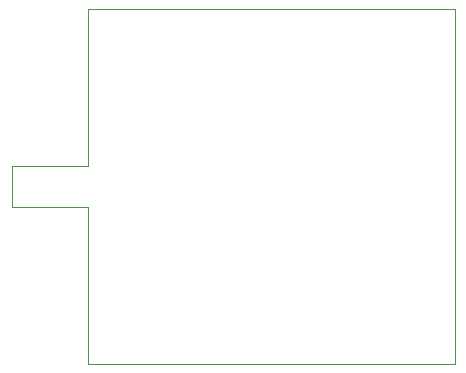
<source format=gm1>
%FSLAX43Y43*%
%MOMM*%
G71*
G01*
G75*
G04 Layer_Color=16711935*
%ADD10R,0.650X0.500*%
%ADD11R,1.600X1.000*%
%ADD12R,2.500X3.000*%
%ADD13R,0.675X0.250*%
%ADD14R,0.250X0.675*%
%ADD15R,1.500X1.100*%
%ADD16R,0.400X0.400*%
%ADD17R,1.400X0.600*%
%ADD18R,0.650X0.800*%
%ADD19R,1.000X0.950*%
%ADD20R,0.600X0.900*%
%ADD21R,0.800X0.650*%
%ADD22R,0.500X0.650*%
%ADD23R,0.900X0.600*%
%ADD24C,0.254*%
%ADD25C,0.200*%
%ADD26C,0.300*%
%ADD27C,0.250*%
%ADD28C,1.700*%
%ADD29R,1.700X1.700*%
%ADD30C,1.800*%
%ADD31R,1.800X1.800*%
%ADD32C,1.050*%
%ADD33C,2.000*%
%ADD34C,0.600*%
%ADD35C,1.016*%
%ADD36C,1.600*%
G04:AMPARAMS|DCode=37|XSize=2.524mm|YSize=2.524mm|CornerRadius=0mm|HoleSize=0mm|Usage=FLASHONLY|Rotation=0.000|XOffset=0mm|YOffset=0mm|HoleType=Round|Shape=Relief|Width=0.254mm|Gap=0.254mm|Entries=4|*
%AMTHD37*
7,0,0,2.524,2.016,0.254,45*
%
%ADD37THD37*%
G04:AMPARAMS|DCode=38|XSize=1.45mm|YSize=1.45mm|CornerRadius=0mm|HoleSize=0mm|Usage=FLASHONLY|Rotation=0.000|XOffset=0mm|YOffset=0mm|HoleType=Round|Shape=Relief|Width=0.2mm|Gap=0.2mm|Entries=4|*
%AMTHD38*
7,0,0,1.450,1.050,0.200,45*
%
%ADD38THD38*%
%ADD39C,1.250*%
%ADD40C,2.600*%
%ADD41C,0.900*%
%ADD42C,0.800*%
%ADD43C,0.100*%
%ADD44C,0.150*%
%ADD45R,2.100X2.100*%
%ADD46R,1.800X0.700*%
%ADD47R,0.750X0.600*%
%ADD48R,1.700X1.100*%
%ADD49R,2.600X3.100*%
%ADD50R,0.825X0.400*%
%ADD51R,0.400X0.825*%
%ADD52R,1.600X1.200*%
%ADD53R,0.500X0.500*%
%ADD54R,1.500X0.700*%
%ADD55R,0.750X0.900*%
%ADD56R,1.100X1.050*%
%ADD57R,0.700X1.000*%
%ADD58R,0.900X0.750*%
%ADD59R,0.600X0.750*%
%ADD60R,1.000X0.700*%
%ADD61R,1.800X1.800*%
%ADD62C,1.900*%
%ADD63R,1.900X1.900*%
%ADD64C,1.150*%
%ADD65C,2.100*%
%ADD66C,0.900*%
D43*
X0Y0D02*
X31000D01*
Y30000D01*
X0D02*
X31000D01*
X0Y0D02*
Y13250D01*
X-6500D02*
X0D01*
X-6500D02*
Y16750D01*
X0D01*
Y30000D01*
M02*

</source>
